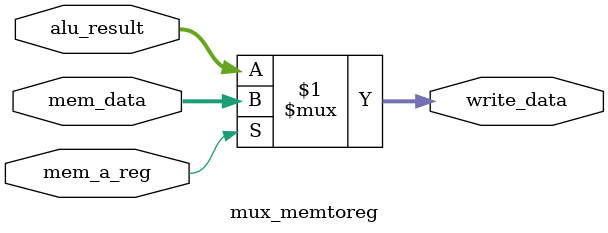
<source format=v>
`timescale 1ns / 1ps

module mux_memtoreg(
    input  [31:0] alu_result,   // Resultado de la ALU
    input  [31:0] mem_data,     // Dato leído de memoria
    input         mem_a_reg,    // Señal MemtoReg
    output [31:0] write_data    // Dato final para escribir en el registro
);

    assign write_data = (mem_a_reg) ? mem_data : alu_result;

endmodule

</source>
